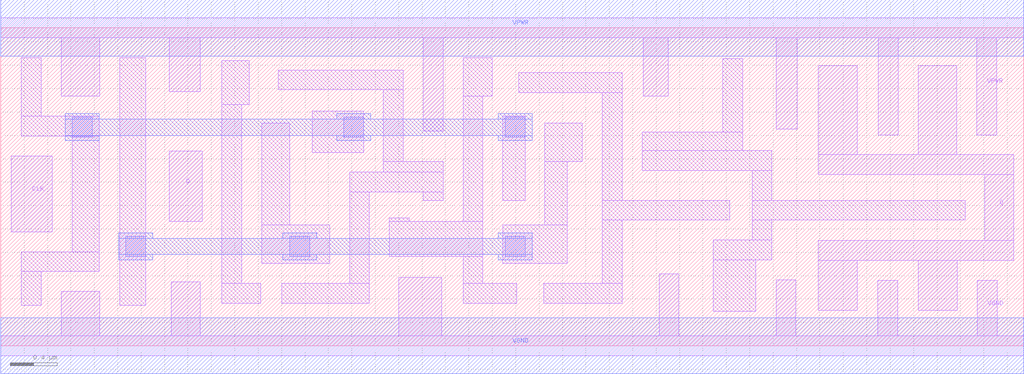
<source format=lef>
# Copyright 2020 The SkyWater PDK Authors
#
# Licensed under the Apache License, Version 2.0 (the "License");
# you may not use this file except in compliance with the License.
# You may obtain a copy of the License at
#
#     https://www.apache.org/licenses/LICENSE-2.0
#
# Unless required by applicable law or agreed to in writing, software
# distributed under the License is distributed on an "AS IS" BASIS,
# WITHOUT WARRANTIES OR CONDITIONS OF ANY KIND, either express or implied.
# See the License for the specific language governing permissions and
# limitations under the License.
#
# SPDX-License-Identifier: Apache-2.0

VERSION 5.5 ;
NAMESCASESENSITIVE ON ;
BUSBITCHARS "[]" ;
DIVIDERCHAR "/" ;
MACRO sky130_fd_sc_hd__dfxtp_4
  CLASS CORE ;
  SOURCE USER ;
  ORIGIN  0.000000  0.000000 ;
  SIZE  8.740000 BY  2.720000 ;
  SYMMETRY X Y R90 ;
  SITE unithd ;
  PIN D
    ANTENNAGATEAREA  0.126000 ;
    DIRECTION INPUT ;
    USE SIGNAL ;
    PORT
      LAYER li1 ;
        RECT 1.440000 1.065000 1.720000 1.665000 ;
    END
  END D
  PIN Q
    ANTENNADIFFAREA  0.891000 ;
    DIRECTION OUTPUT ;
    USE SIGNAL ;
    PORT
      LAYER li1 ;
        RECT 6.985000 0.305000 7.320000 0.730000 ;
        RECT 6.985000 0.730000 8.655000 0.900000 ;
        RECT 6.985000 1.465000 8.655000 1.635000 ;
        RECT 6.985000 1.635000 7.320000 2.395000 ;
        RECT 7.840000 0.305000 8.175000 0.730000 ;
        RECT 7.840000 1.635000 8.170000 2.395000 ;
        RECT 8.410000 0.900000 8.655000 1.465000 ;
    END
  END Q
  PIN CLK
    ANTENNAGATEAREA  0.159000 ;
    DIRECTION INPUT ;
    USE CLOCK ;
    PORT
      LAYER li1 ;
        RECT 0.090000 0.975000 0.440000 1.625000 ;
    END
  END CLK
  PIN VGND
    DIRECTION INOUT ;
    SHAPE ABUTMENT ;
    USE GROUND ;
    PORT
      LAYER li1 ;
        RECT 0.000000 -0.085000 8.740000 0.085000 ;
        RECT 0.515000  0.085000 0.845000 0.465000 ;
        RECT 1.455000  0.085000 1.705000 0.545000 ;
        RECT 3.400000  0.085000 3.770000 0.585000 ;
        RECT 5.625000  0.085000 5.795000 0.615000 ;
        RECT 6.625000  0.085000 6.795000 0.565000 ;
        RECT 7.495000  0.085000 7.665000 0.560000 ;
        RECT 8.345000  0.085000 8.515000 0.560000 ;
    END
    PORT
      LAYER met1 ;
        RECT 0.000000 -0.240000 8.740000 0.240000 ;
    END
  END VGND
  PIN VPWR
    DIRECTION INOUT ;
    SHAPE ABUTMENT ;
    USE POWER ;
    PORT
      LAYER li1 ;
        RECT 0.000000 2.635000 8.740000 2.805000 ;
        RECT 0.515000 2.135000 0.845000 2.635000 ;
        RECT 1.440000 2.175000 1.705000 2.635000 ;
        RECT 3.610000 1.835000 3.780000 2.635000 ;
        RECT 5.490000 2.135000 5.705000 2.635000 ;
        RECT 6.625000 1.855000 6.805000 2.635000 ;
        RECT 7.500000 1.805000 7.670000 2.635000 ;
        RECT 8.340000 1.805000 8.510000 2.635000 ;
    END
    PORT
      LAYER met1 ;
        RECT 0.000000 2.480000 8.740000 2.960000 ;
    END
  END VPWR
  OBS
    LAYER li1 ;
      RECT 0.175000 0.345000 0.345000 0.635000 ;
      RECT 0.175000 0.635000 0.840000 0.805000 ;
      RECT 0.175000 1.795000 0.840000 1.965000 ;
      RECT 0.175000 1.965000 0.345000 2.465000 ;
      RECT 0.610000 0.805000 0.840000 1.795000 ;
      RECT 1.015000 0.345000 1.240000 2.465000 ;
      RECT 1.890000 0.365000 2.220000 0.535000 ;
      RECT 1.890000 0.535000 2.060000 2.065000 ;
      RECT 1.890000 2.065000 2.125000 2.440000 ;
      RECT 2.230000 0.705000 2.810000 1.035000 ;
      RECT 2.230000 1.035000 2.470000 1.905000 ;
      RECT 2.370000 2.190000 3.440000 2.360000 ;
      RECT 2.400000 0.365000 3.150000 0.535000 ;
      RECT 2.660000 1.655000 3.100000 2.010000 ;
      RECT 2.980000 0.535000 3.150000 1.315000 ;
      RECT 2.980000 1.315000 3.780000 1.485000 ;
      RECT 3.270000 1.485000 3.780000 1.575000 ;
      RECT 3.270000 1.575000 3.440000 2.190000 ;
      RECT 3.320000 0.765000 4.120000 1.065000 ;
      RECT 3.320000 1.065000 3.490000 1.095000 ;
      RECT 3.610000 1.245000 3.780000 1.315000 ;
      RECT 3.950000 0.365000 4.410000 0.535000 ;
      RECT 3.950000 0.535000 4.120000 0.765000 ;
      RECT 3.950000 1.065000 4.120000 2.135000 ;
      RECT 3.950000 2.135000 4.200000 2.465000 ;
      RECT 4.290000 0.705000 4.840000 1.035000 ;
      RECT 4.290000 1.245000 4.480000 1.965000 ;
      RECT 4.425000 2.165000 5.310000 2.335000 ;
      RECT 4.640000 0.365000 5.310000 0.535000 ;
      RECT 4.650000 1.035000 4.840000 1.575000 ;
      RECT 4.650000 1.575000 4.970000 1.905000 ;
      RECT 5.140000 0.535000 5.310000 1.075000 ;
      RECT 5.140000 1.075000 6.230000 1.245000 ;
      RECT 5.140000 1.245000 5.310000 2.165000 ;
      RECT 5.480000 1.500000 6.590000 1.670000 ;
      RECT 5.480000 1.670000 6.340000 1.830000 ;
      RECT 6.090000 0.295000 6.450000 0.735000 ;
      RECT 6.090000 0.735000 6.590000 0.905000 ;
      RECT 6.170000 1.830000 6.340000 2.455000 ;
      RECT 6.420000 0.905000 6.590000 1.075000 ;
      RECT 6.420000 1.075000 8.240000 1.245000 ;
      RECT 6.420000 1.245000 6.590000 1.500000 ;
    LAYER mcon ;
      RECT 0.610000 1.785000 0.780000 1.955000 ;
      RECT 1.070000 0.765000 1.240000 0.935000 ;
      RECT 2.470000 0.765000 2.640000 0.935000 ;
      RECT 2.930000 1.785000 3.100000 1.955000 ;
      RECT 4.310000 0.765000 4.480000 0.935000 ;
      RECT 4.310000 1.785000 4.480000 1.955000 ;
    LAYER met1 ;
      RECT 0.550000 1.755000 0.840000 1.800000 ;
      RECT 0.550000 1.800000 4.540000 1.940000 ;
      RECT 0.550000 1.940000 0.840000 1.985000 ;
      RECT 1.010000 0.735000 1.300000 0.780000 ;
      RECT 1.010000 0.780000 4.540000 0.920000 ;
      RECT 1.010000 0.920000 1.300000 0.965000 ;
      RECT 2.410000 0.735000 2.700000 0.780000 ;
      RECT 2.410000 0.920000 2.700000 0.965000 ;
      RECT 2.870000 1.755000 3.160000 1.800000 ;
      RECT 2.870000 1.940000 3.160000 1.985000 ;
      RECT 4.250000 0.735000 4.540000 0.780000 ;
      RECT 4.250000 0.920000 4.540000 0.965000 ;
      RECT 4.250000 1.755000 4.540000 1.800000 ;
      RECT 4.250000 1.940000 4.540000 1.985000 ;
  END
END sky130_fd_sc_hd__dfxtp_4

</source>
